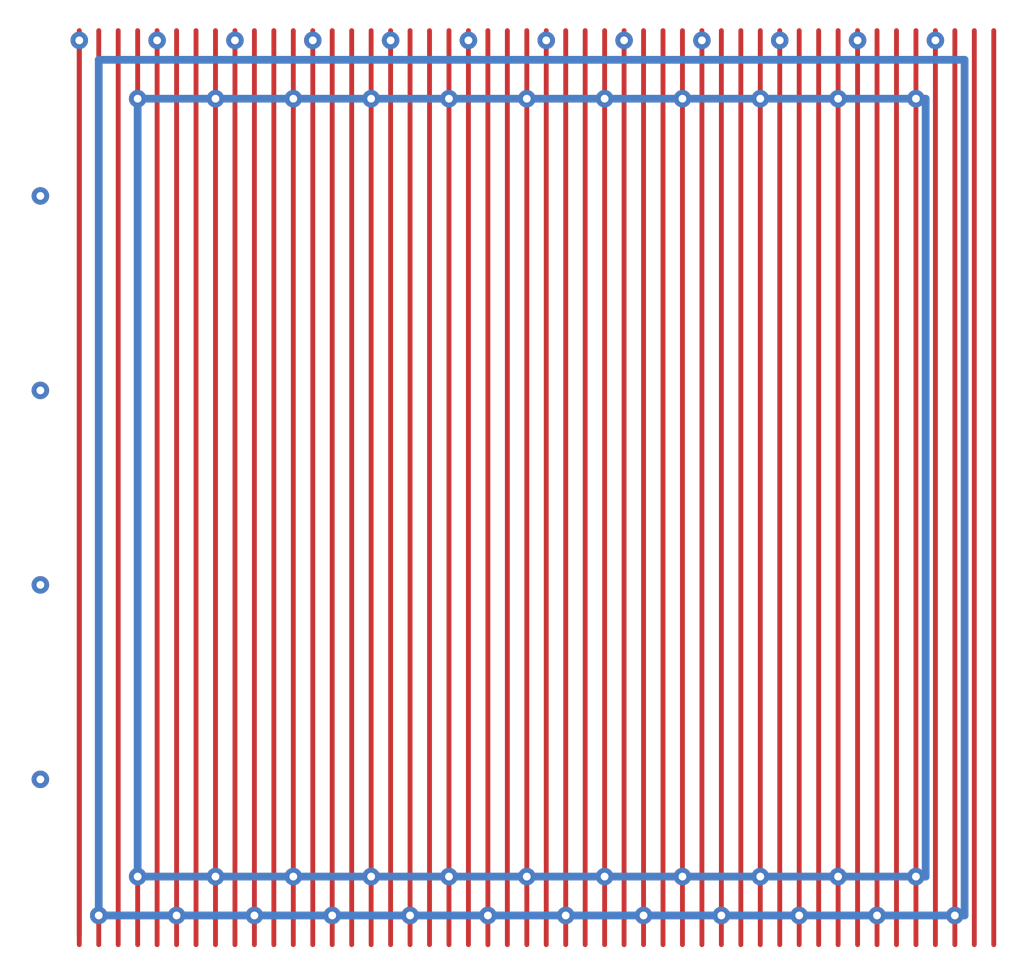
<source format=kicad_pcb>
(kicad_pcb (version 20171130) (host pcbnew "(5.1.9)-1")

  (general
    (thickness 1.6)
    (drawings 6)
    (tracks 125)
    (zones 0)
    (modules 0)
    (nets 1)
  )

  (page A4)
  (layers
    (0 F.Cu signal)
    (1 In1.Cu mixed)
    (2 In2.Cu power)
    (31 B.Cu power)
    (32 B.Adhes user)
    (33 F.Adhes user)
    (34 B.Paste user)
    (35 F.Paste user)
    (36 B.SilkS user)
    (37 F.SilkS user)
    (38 B.Mask user)
    (39 F.Mask user)
    (40 Dwgs.User user)
    (41 Cmts.User user)
    (42 Eco1.User user)
    (43 Eco2.User user)
    (44 Edge.Cuts user)
    (45 Margin user)
    (46 B.CrtYd user)
    (47 F.CrtYd user)
    (48 B.Fab user)
    (49 F.Fab user)
  )

  (setup
    (last_trace_width 0.25)
    (trace_clearance 0.2)
    (zone_clearance 0.508)
    (zone_45_only no)
    (trace_min 0.2)
    (via_size 0.8)
    (via_drill 0.4)
    (via_min_size 0.4)
    (via_min_drill 0.3)
    (uvia_size 0.3)
    (uvia_drill 0.1)
    (uvias_allowed no)
    (uvia_min_size 0.2)
    (uvia_min_drill 0.1)
    (edge_width 0.05)
    (segment_width 0.2)
    (pcb_text_width 0.3)
    (pcb_text_size 1.5 1.5)
    (mod_edge_width 0.12)
    (mod_text_size 1 1)
    (mod_text_width 0.15)
    (pad_size 1.524 1.524)
    (pad_drill 0.762)
    (pad_to_mask_clearance 0)
    (aux_axis_origin 0 0)
    (visible_elements 7FFFFFFF)
    (pcbplotparams
      (layerselection 0x010fc_ffffffff)
      (usegerberextensions false)
      (usegerberattributes true)
      (usegerberadvancedattributes true)
      (creategerberjobfile true)
      (excludeedgelayer true)
      (linewidth 0.100000)
      (plotframeref false)
      (viasonmask false)
      (mode 1)
      (useauxorigin false)
      (hpglpennumber 1)
      (hpglpenspeed 20)
      (hpglpendiameter 15.000000)
      (psnegative false)
      (psa4output false)
      (plotreference true)
      (plotvalue true)
      (plotinvisibletext false)
      (padsonsilk false)
      (subtractmaskfromsilk false)
      (outputformat 1)
      (mirror false)
      (drillshape 1)
      (scaleselection 1)
      (outputdirectory ""))
  )

  (net 0 "")

  (net_class Default "This is the default net class."
    (clearance 0.2)
    (trace_width 0.25)
    (via_dia 0.8)
    (via_drill 0.4)
    (uvia_dia 0.3)
    (uvia_drill 0.1)
  )

  (gr_line (start 47.5 100) (end 50 100) (layer Dwgs.User) (width 0.15) (tstamp 6070626B))
  (gr_line (start 47.5 50) (end 47.5 100) (layer Dwgs.User) (width 0.15))
  (gr_line (start 50 50) (end 47.5 50) (layer Dwgs.User) (width 0.15))
  (gr_line (start 100 50) (end 50 50) (layer Dwgs.User) (width 0.15) (tstamp 606C9D1E))
  (gr_line (start 100 100) (end 100 50) (layer Dwgs.User) (width 0.15))
  (gr_line (start 50 100) (end 100 100) (layer Dwgs.User) (width 0.15))

  (segment (start 55.5 51.5) (end 55.5 98.5) (width 0.25) (layer F.Cu) (net 0) (tstamp 606CDC36))
  (segment (start 56.5 51.5) (end 56.5 98.5) (width 0.25) (layer F.Cu) (net 0) (tstamp 606CDC38))
  (segment (start 57.5 51.5) (end 57.5 98.5) (width 0.25) (layer F.Cu) (net 0) (tstamp 606CDC3A))
  (segment (start 58.5 51.5) (end 58.5 98.5) (width 0.25) (layer F.Cu) (net 0) (tstamp 606CDC3C))
  (segment (start 59.5 51.5) (end 59.5 98.5) (width 0.25) (layer F.Cu) (net 0) (tstamp 606CDC3E))
  (segment (start 61.5 51.5) (end 61.5 98.5) (width 0.25) (layer F.Cu) (net 0) (tstamp 606CDC42))
  (segment (start 62.5 51.5) (end 62.5 98.5) (width 0.25) (layer F.Cu) (net 0) (tstamp 606CDC44))
  (segment (start 63.5 51.5) (end 63.5 98.5) (width 0.25) (layer F.Cu) (net 0) (tstamp 606CDC46))
  (segment (start 64.5 51.5) (end 64.5 98.5) (width 0.25) (layer F.Cu) (net 0) (tstamp 606CDC48))
  (segment (start 65.5 51.5) (end 65.5 98.5) (width 0.25) (layer F.Cu) (net 0) (tstamp 606CDC4A))
  (segment (start 66.5 51.5) (end 66.5 98.5) (width 0.25) (layer F.Cu) (net 0) (tstamp 606CDC4C))
  (segment (start 67.5 51.5) (end 67.5 98.5) (width 0.25) (layer F.Cu) (net 0) (tstamp 606CDC4E))
  (segment (start 68.5 51.5) (end 68.5 98.5) (width 0.25) (layer F.Cu) (net 0) (tstamp 606CDC50))
  (segment (start 69.5 51.5) (end 69.5 98.5) (width 0.25) (layer F.Cu) (net 0) (tstamp 606CDC52))
  (segment (start 70.5 51.5) (end 70.5 98.5) (width 0.25) (layer F.Cu) (net 0) (tstamp 606CDC54))
  (segment (start 71.5 51.5) (end 71.5 98.5) (width 0.25) (layer F.Cu) (net 0) (tstamp 606CDC56))
  (segment (start 72.5 51.5) (end 72.5 98.5) (width 0.25) (layer F.Cu) (net 0) (tstamp 606CDC58))
  (segment (start 73.5 51.5) (end 73.5 98.5) (width 0.25) (layer F.Cu) (net 0) (tstamp 606CDC5A))
  (segment (start 74.5 51.5) (end 74.5 98.5) (width 0.25) (layer F.Cu) (net 0) (tstamp 606CDC5C))
  (segment (start 75.5 51.5) (end 75.5 98.5) (width 0.25) (layer F.Cu) (net 0) (tstamp 606CDC5E))
  (segment (start 76.5 51.5) (end 76.5 98.5) (width 0.25) (layer F.Cu) (net 0) (tstamp 606CDC60))
  (segment (start 77.5 51.5) (end 77.5 98.5) (width 0.25) (layer F.Cu) (net 0) (tstamp 606CDC62))
  (segment (start 78.5 51.5) (end 78.5 98.5) (width 0.25) (layer F.Cu) (net 0) (tstamp 606CDC64))
  (segment (start 79.5 51.5) (end 79.5 98.5) (width 0.25) (layer F.Cu) (net 0) (tstamp 606CDC66))
  (segment (start 80.5 51.5) (end 80.5 98.5) (width 0.25) (layer F.Cu) (net 0) (tstamp 606CDC68))
  (segment (start 81.5 51.5) (end 81.5 98.5) (width 0.25) (layer F.Cu) (net 0) (tstamp 606CDC6A))
  (segment (start 82.5 51.5) (end 82.5 98.5) (width 0.25) (layer F.Cu) (net 0) (tstamp 606CDC6C))
  (segment (start 83.5 51.5) (end 83.5 98.5) (width 0.25) (layer F.Cu) (net 0) (tstamp 606CDC6E))
  (segment (start 84.5 51.5) (end 84.5 98.5) (width 0.25) (layer F.Cu) (net 0) (tstamp 606CDC70))
  (segment (start 85.5 51.5) (end 85.5 98.5) (width 0.25) (layer F.Cu) (net 0) (tstamp 606CDC72))
  (segment (start 86.5 51.5) (end 86.5 98.5) (width 0.25) (layer F.Cu) (net 0) (tstamp 606CDC74))
  (segment (start 87.5 51.5) (end 87.5 98.5) (width 0.25) (layer F.Cu) (net 0) (tstamp 606CDC76))
  (segment (start 88.5 51.5) (end 88.5 98.5) (width 0.25) (layer F.Cu) (net 0) (tstamp 606CDC78))
  (segment (start 89.5 51.5) (end 89.5 98.5) (width 0.25) (layer F.Cu) (net 0) (tstamp 606CDC7A))
  (segment (start 90.5 51.5) (end 90.5 98.5) (width 0.25) (layer F.Cu) (net 0) (tstamp 606CDC7C))
  (segment (start 91.5 51.5) (end 91.5 98.5) (width 0.25) (layer F.Cu) (net 0) (tstamp 606CDC7E))
  (segment (start 92.5 51.5) (end 92.5 98.5) (width 0.25) (layer F.Cu) (net 0) (tstamp 606CDC80))
  (segment (start 93.5 51.5) (end 93.5 98.5) (width 0.25) (layer F.Cu) (net 0) (tstamp 606CDC82))
  (segment (start 94.5 51.5) (end 94.5 98.5) (width 0.25) (layer F.Cu) (net 0) (tstamp 606CDC84))
  (segment (start 95.5 51.5) (end 95.5 98.5) (width 0.25) (layer F.Cu) (net 0) (tstamp 606CDC86))
  (segment (start 96.5 51.5) (end 96.5 98.5) (width 0.25) (layer F.Cu) (net 0) (tstamp 606CDC88))
  (segment (start 97.5 51.5) (end 97.5 98.5) (width 0.25) (layer F.Cu) (net 0) (tstamp 606CDC8A))
  (segment (start 98.5 51.5) (end 98.5 98.5) (width 0.25) (layer F.Cu) (net 0) (tstamp 606CDC8C))
  (segment (start 54.5 51.5) (end 54.5 55) (width 0.25) (layer F.Cu) (net 0) (tstamp 606CDC34))
  (segment (start 53.5 51.5) (end 53.5 98.5) (width 0.25) (layer F.Cu) (net 0) (tstamp 606CDC32))
  (segment (start 52.5 51.5) (end 52.5 97) (width 0.25) (layer F.Cu) (net 0) (tstamp 606CDC30))
  (segment (start 60.5 51.5) (end 60.5 98.5) (width 0.25) (layer F.Cu) (net 0) (tstamp 606CDC40))
  (via (at 49.5 60) (size 0.9) (drill 0.4) (layers F.Cu B.Cu) (net 0))
  (segment (start 51.5 52) (end 51.5 52) (width 0.25) (layer F.Cu) (net 0))
  (segment (start 51.5 51.5) (end 51.5 52) (width 0.25) (layer F.Cu) (net 0))
  (via (at 49.5 70) (size 0.9) (drill 0.4) (layers F.Cu B.Cu) (net 0) (tstamp 607062B2))
  (via (at 49.5 80) (size 0.9) (drill 0.4) (layers F.Cu B.Cu) (net 0) (tstamp 607062B4))
  (via (at 49.5 90) (size 0.9) (drill 0.4) (layers F.Cu B.Cu) (net 0) (tstamp 607062B6))
  (segment (start 51.5 98) (end 51.5 52) (width 0.25) (layer F.Cu) (net 0))
  (segment (start 51.5 52) (end 51.5 98) (width 0.4) (layer In2.Cu) (net 0))
  (segment (start 51.5 98) (end 98 98) (width 0.4) (layer In2.Cu) (net 0))
  (segment (start 98 98) (end 98 52) (width 0.4) (layer In2.Cu) (net 0))
  (segment (start 98 52) (end 51.5 52) (width 0.4) (layer In2.Cu) (net 0))
  (segment (start 53.5 54) (end 53.5 96) (width 0.4) (layer In2.Cu) (net 0))
  (segment (start 53.5 96) (end 96 96) (width 0.4) (layer In2.Cu) (net 0))
  (segment (start 96 96) (end 96 54) (width 0.4) (layer In2.Cu) (net 0))
  (segment (start 96 54) (end 53.5 54) (width 0.4) (layer In2.Cu) (net 0))
  (segment (start 52.5 53) (end 52.5 97) (width 0.4) (layer B.Cu) (net 0))
  (segment (start 52.5 97) (end 97 97) (width 0.4) (layer B.Cu) (net 0))
  (segment (start 97 97) (end 97 53) (width 0.4) (layer B.Cu) (net 0))
  (segment (start 97 53) (end 52.5 53) (width 0.4) (layer B.Cu) (net 0))
  (segment (start 54.5 55) (end 54.5 95) (width 0.4) (layer B.Cu) (net 0))
  (segment (start 54.5 95) (end 95 95) (width 0.4) (layer B.Cu) (net 0))
  (segment (start 95 95) (end 95 55) (width 0.4) (layer B.Cu) (net 0))
  (segment (start 95 55) (end 54.5 55) (width 0.4) (layer B.Cu) (net 0))
  (segment (start 49.5 60) (end 51.5 60) (width 0.25) (layer In1.Cu) (net 0))
  (segment (start 49.5 70) (end 52.5 70) (width 0.25) (layer In1.Cu) (net 0))
  (segment (start 49.5 80) (end 53.5 80) (width 0.25) (layer In1.Cu) (net 0))
  (segment (start 49.5 90) (end 54.5 90) (width 0.25) (layer In1.Cu) (net 0))
  (segment (start 51.5 52) (end 51.5 52) (width 0.25) (layer F.Cu) (net 0) (tstamp 6070AE4D))
  (segment (start 51.5 52) (end 51.5 98.5) (width 0.25) (layer F.Cu) (net 0) (tstamp 6070B240))
  (via (at 51.5 52) (size 0.9) (drill 0.4) (layers F.Cu B.Cu) (net 0))
  (via (at 55.5 52) (size 0.9) (drill 0.4) (layers F.Cu B.Cu) (net 0) (tstamp 6070B585))
  (via (at 59.5 52) (size 0.9) (drill 0.4) (layers F.Cu B.Cu) (net 0) (tstamp 6070B587))
  (via (at 63.5 52) (size 0.9) (drill 0.4) (layers F.Cu B.Cu) (net 0) (tstamp 6070B589))
  (via (at 67.5 52) (size 0.9) (drill 0.4) (layers F.Cu B.Cu) (net 0) (tstamp 6070B58B))
  (via (at 71.5 52) (size 0.9) (drill 0.4) (layers F.Cu B.Cu) (net 0) (tstamp 6070B58D))
  (via (at 75.5 52) (size 0.9) (drill 0.4) (layers F.Cu B.Cu) (net 0) (tstamp 6070B58F))
  (via (at 79.5 52) (size 0.9) (drill 0.4) (layers F.Cu B.Cu) (net 0) (tstamp 6070B591))
  (via (at 83.5 52) (size 0.9) (drill 0.4) (layers F.Cu B.Cu) (net 0) (tstamp 6070B593))
  (via (at 87.5 52) (size 0.9) (drill 0.4) (layers F.Cu B.Cu) (net 0) (tstamp 6070B595))
  (via (at 91.5 52) (size 0.9) (drill 0.4) (layers F.Cu B.Cu) (net 0) (tstamp 6070B597))
  (via (at 95.5 52) (size 0.9) (drill 0.4) (layers F.Cu B.Cu) (net 0) (tstamp 6070B599))
  (segment (start 52.5 97) (end 52.5 98.5) (width 0.25) (layer F.Cu) (net 0) (tstamp 6070B59C))
  (via (at 52.5 97) (size 0.9) (drill 0.4) (layers F.Cu B.Cu) (net 0))
  (via (at 56.5 97) (size 0.9) (drill 0.4) (layers F.Cu B.Cu) (net 0) (tstamp 6070B5C2))
  (via (at 60.5 97) (size 0.9) (drill 0.4) (layers F.Cu B.Cu) (net 0) (tstamp 6070B5C4))
  (via (at 64.5 97) (size 0.9) (drill 0.4) (layers F.Cu B.Cu) (net 0) (tstamp 6070B5C6))
  (via (at 68.5 97) (size 0.9) (drill 0.4) (layers F.Cu B.Cu) (net 0) (tstamp 6070B5C8))
  (via (at 72.5 97) (size 0.9) (drill 0.4) (layers F.Cu B.Cu) (net 0) (tstamp 6070B5CA))
  (via (at 76.5 97) (size 0.9) (drill 0.4) (layers F.Cu B.Cu) (net 0) (tstamp 6070B5CC))
  (via (at 80.5 97) (size 0.9) (drill 0.4) (layers F.Cu B.Cu) (net 0) (tstamp 6070B5CE))
  (via (at 84.5 97) (size 0.9) (drill 0.4) (layers F.Cu B.Cu) (net 0) (tstamp 6070B5D0))
  (via (at 88.5 97) (size 0.9) (drill 0.4) (layers F.Cu B.Cu) (net 0) (tstamp 6070B5D2))
  (via (at 92.5 97) (size 0.9) (drill 0.4) (layers F.Cu B.Cu) (net 0) (tstamp 6070B5D4))
  (via (at 96.5 97) (size 0.9) (drill 0.4) (layers F.Cu B.Cu) (net 0) (tstamp 6070B5D6))
  (segment (start 54.5 95) (end 54.5 98.5) (width 0.25) (layer F.Cu) (net 0) (tstamp 6070B5D9))
  (via (at 54.5 95) (size 0.9) (drill 0.4) (layers F.Cu B.Cu) (net 0))
  (via (at 58.5 95) (size 0.9) (drill 0.4) (layers F.Cu B.Cu) (net 0) (tstamp 6070B5DE))
  (via (at 62.5 95) (size 0.9) (drill 0.4) (layers F.Cu B.Cu) (net 0) (tstamp 6070B5E0))
  (via (at 66.5 95) (size 0.9) (drill 0.4) (layers F.Cu B.Cu) (net 0) (tstamp 6070B5E2))
  (via (at 70.5 95) (size 0.9) (drill 0.4) (layers F.Cu B.Cu) (net 0) (tstamp 6070B5E4))
  (via (at 74.5 95) (size 0.9) (drill 0.4) (layers F.Cu B.Cu) (net 0) (tstamp 6070B5E6))
  (via (at 78.5 95) (size 0.9) (drill 0.4) (layers F.Cu B.Cu) (net 0) (tstamp 6070B5E8))
  (via (at 82.5 95) (size 0.9) (drill 0.4) (layers F.Cu B.Cu) (net 0) (tstamp 6070B5EA))
  (via (at 86.5 95) (size 0.9) (drill 0.4) (layers F.Cu B.Cu) (net 0) (tstamp 6070B5EC))
  (via (at 90.5 95) (size 0.9) (drill 0.4) (layers F.Cu B.Cu) (net 0) (tstamp 6070B5EE))
  (via (at 94.5 95) (size 0.9) (drill 0.4) (layers F.Cu B.Cu) (net 0) (tstamp 6070B5F0))
  (segment (start 54.5 55) (end 54.5 95) (width 0.25) (layer F.Cu) (net 0) (tstamp 6070B5F3))
  (via (at 54.5 55) (size 0.9) (drill 0.4) (layers F.Cu B.Cu) (net 0) (status 1000000))
  (via (at 58.5 55) (size 0.9) (drill 0.4) (layers F.Cu B.Cu) (net 0) (tstamp 6070B5F8))
  (via (at 62.5 55) (size 0.9) (drill 0.4) (layers F.Cu B.Cu) (net 0) (tstamp 6070B5FA))
  (via (at 66.5 55) (size 0.9) (drill 0.4) (layers F.Cu B.Cu) (net 0) (tstamp 6070B5FC))
  (via (at 70.5 55) (size 0.9) (drill 0.4) (layers F.Cu B.Cu) (net 0) (tstamp 6070B5FE))
  (via (at 74.5 55) (size 0.9) (drill 0.4) (layers F.Cu B.Cu) (net 0) (tstamp 6070B600))
  (via (at 78.5 55) (size 0.9) (drill 0.4) (layers F.Cu B.Cu) (net 0) (tstamp 6070B602))
  (via (at 82.5 55) (size 0.9) (drill 0.4) (layers F.Cu B.Cu) (net 0) (tstamp 6070B604))
  (via (at 86.5 55) (size 0.9) (drill 0.4) (layers F.Cu B.Cu) (net 0) (tstamp 6070B606))
  (via (at 90.5 55) (size 0.9) (drill 0.4) (layers F.Cu B.Cu) (net 0) (tstamp 6070B608))
  (via (at 94.5 55) (size 0.9) (drill 0.4) (layers F.Cu B.Cu) (net 0) (tstamp 6070B60A))

)

</source>
